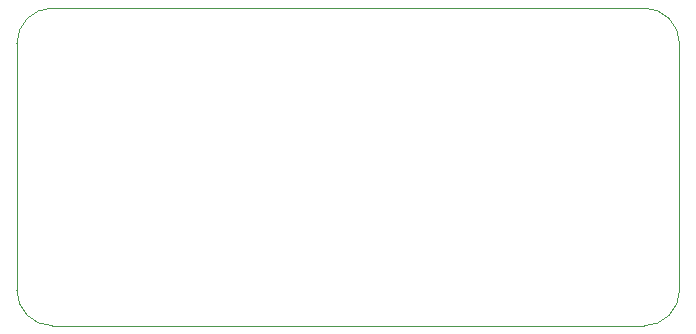
<source format=gbr>
%TF.GenerationSoftware,KiCad,Pcbnew,(5.1.9)-1*%
%TF.CreationDate,2021-11-10T21:50:44+01:00*%
%TF.ProjectId,smoke_extractor,736d6f6b-655f-4657-9874-726163746f72,rev?*%
%TF.SameCoordinates,Original*%
%TF.FileFunction,Profile,NP*%
%FSLAX46Y46*%
G04 Gerber Fmt 4.6, Leading zero omitted, Abs format (unit mm)*
G04 Created by KiCad (PCBNEW (5.1.9)-1) date 2021-11-10 21:50:44*
%MOMM*%
%LPD*%
G01*
G04 APERTURE LIST*
%TA.AperFunction,Profile*%
%ADD10C,0.050000*%
%TD*%
G04 APERTURE END LIST*
D10*
X91800000Y-71900000D02*
G75*
G02*
X94800000Y-68900000I3000000J0D01*
G01*
X94800000Y-95800000D02*
G75*
G02*
X91800000Y-92800000I0J3000000D01*
G01*
X147900000Y-92800000D02*
G75*
G02*
X144900000Y-95800000I-3000000J0D01*
G01*
X144900000Y-68900000D02*
G75*
G02*
X147900000Y-71900000I0J-3000000D01*
G01*
X144900000Y-68900000D02*
X94800000Y-68900000D01*
X147900000Y-92800000D02*
X147900000Y-71900000D01*
X94800000Y-95800000D02*
X144900000Y-95800000D01*
X91800000Y-71900000D02*
X91800000Y-92800000D01*
M02*

</source>
